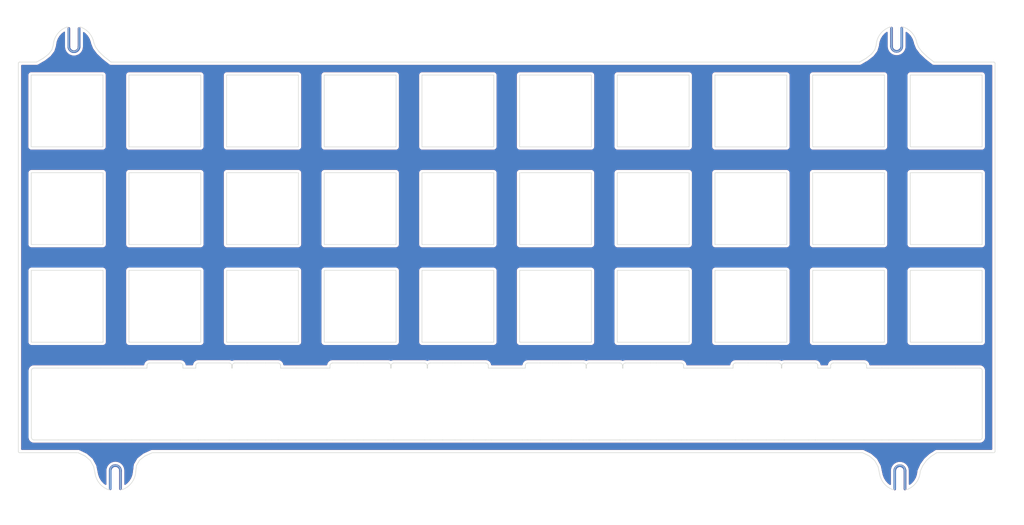
<source format=kicad_pcb>
(kicad_pcb (version 20171130) (host pcbnew "(5.1.5-0-10_14)")
  (layers (0 F.Cu signal) (31 B.Cu signal) (34 B.Paste user) (35 F.Paste user) (36 B.SilkS user) (37 F.SilkS user) (38 B.Mask user) (39 F.Mask user) (44 Edge.Cuts user))
  (net 0 "")
  (module footprints:Umo_mount_plating (layer F.Cu) (at 60.19 44.07 180)
    (fp_text reference Mount_plating hide)
    (fp_text value "Umo mounting point plating")
    (fp_line (start 0.57 2.7) (end 0.57 -0.835534) (layer B.Cu) (width 0.5))
    (fp_line (start -1.43 -0.835516) (end -1.43 2.7) (layer B.Cu) (width 0.5))
    (fp_arc (start -0.43 -0.835516) (end 0.57 -0.835534) (angle -180) (layer B.Cu) (width 0.5))
    (fp_line (start 0.57 2.7) (end 0.57 -0.835534) (layer F.Cu) (width 0.5))
    (fp_arc (start -0.43 -0.835516) (end 0.57 -0.835534) (angle -180) (layer F.Cu) (width 0.5))
    (fp_line (start -1.43 -0.835516) (end -1.43 2.7) (layer F.Cu) (width 0.5))
  )
  (module footprints:Umo_mount_plating (layer F.Cu) (at 220.64 44 180)
    (fp_text reference Mount_plating hide)
    (fp_text value "Umo mounting point plating")
    (fp_line (start 0.57 2.7) (end 0.57 -0.835534) (layer B.Cu) (width 0.5))
    (fp_line (start -1.43 -0.835516) (end -1.43 2.7) (layer B.Cu) (width 0.5))
    (fp_arc (start -0.43 -0.835516) (end 0.57 -0.835534) (angle -180) (layer B.Cu) (width 0.5))
    (fp_line (start 0.57 2.7) (end 0.57 -0.835534) (layer F.Cu) (width 0.5))
    (fp_arc (start -0.43 -0.835516) (end 0.57 -0.835534) (angle -180) (layer F.Cu) (width 0.5))
    (fp_line (start -1.43 -0.835516) (end -1.43 2.7) (layer F.Cu) (width 0.5))
  )
  (module footprints:Umo_mount_plating (layer F.Cu) (at 222.13 128.49)
    (fp_text reference Mount_plating hide)
    (fp_text value "Umo mounting point plating")
    (fp_line (start 0.57 2.7) (end 0.57 -0.835534) (layer B.Cu) (width 0.5))
    (fp_line (start -1.43 -0.835516) (end -1.43 2.7) (layer B.Cu) (width 0.5))
    (fp_arc (start -0.43 -0.835516) (end 0.57 -0.835534) (angle -180) (layer B.Cu) (width 0.5))
    (fp_line (start 0.57 2.7) (end 0.57 -0.835534) (layer F.Cu) (width 0.5))
    (fp_arc (start -0.43 -0.835516) (end 0.57 -0.835534) (angle -180) (layer F.Cu) (width 0.5))
    (fp_line (start -1.43 -0.835516) (end -1.43 2.7) (layer F.Cu) (width 0.5))
  )
  (module footprints:Umo_mount_plating (layer F.Cu) (at 69.12 128.46)
    (fp_text reference Mount_plating hide)
    (fp_text value "Umo mounting point plating")
    (fp_line (start 0.57 2.7) (end 0.57 -0.835534) (layer B.Cu) (width 0.5))
    (fp_line (start -1.43 -0.835516) (end -1.43 2.7) (layer B.Cu) (width 0.5))
    (fp_arc (start -0.43 -0.835516) (end 0.57 -0.835534) (angle -180) (layer B.Cu) (width 0.5))
    (fp_line (start 0.57 2.7) (end 0.57 -0.835534) (layer F.Cu) (width 0.5))
    (fp_arc (start -0.43 -0.835516) (end 0.57 -0.835534) (angle -180) (layer F.Cu) (width 0.5))
    (fp_line (start -1.43 -0.835516) (end -1.43 2.7) (layer F.Cu) (width 0.5))
  )
  (module footprints:Umo_kanji (layer F.Cu) (at 231.23 102.34)
    (fp_text reference REF** hide)
    (fp_text value Umo_kanji)
  )
  (module footprints:pohjola_site_text (layer B.Cu) (at 63 105.07 180)
    (fp_text reference G*** hide)
    (fp_text value LOGO hide)
  )
  (gr_line (start 214.711983 121.617348) (end 208.711983 121.617348) (layer Edge.Cuts) (width 0.1))
  (gr_line (start 218.211983 121.617348) (end 214.711983 121.617348) (layer Edge.Cuts) (width 0.1))
  (gr_line (start 219.498983 121.617348) (end 218.211983 121.617348) (layer Edge.Cuts) (width 0.1))
  (gr_line (start 224.261983 121.617348) (end 219.498983 121.617348) (layer Edge.Cuts) (width 0.1))
  (gr_line (start 232.498983 121.617348) (end 224.261983 121.617348) (layer Edge.Cuts) (width 0.1))
  (gr_line (start 237.261983 121.617348) (end 232.498983 121.617348) (layer Edge.Cuts) (width 0.1))
  (gr_arc (start 237.261983 121.117348) (end 237.261983 121.617348) (angle -90) (layer Edge.Cuts) (width 0.1))
  (gr_line (start 237.761983 108.117348) (end 237.761983 121.117348) (layer Edge.Cuts) (width 0.1))
  (gr_arc (start 237.261983 108.117348) (end 237.761983 108.117348) (angle -90) (layer Edge.Cuts) (width 0.1))
  (gr_line (start 232.498983 107.617348) (end 237.261983 107.617348) (layer Edge.Cuts) (width 0.1))
  (gr_line (start 224.261983 107.617348) (end 232.498983 107.617348) (layer Edge.Cuts) (width 0.1))
  (gr_line (start 219.498983 107.617348) (end 224.261983 107.617348) (layer Edge.Cuts) (width 0.1))
  (gr_line (start 218.211983 107.617348) (end 219.498983 107.617348) (layer Edge.Cuts) (width 0.1))
  (gr_line (start 215.211983 107.617348) (end 218.211983 107.617348) (layer Edge.Cuts) (width 0.1))
  (gr_line (start 215.211983 107.117348) (end 215.211983 107.617348) (layer Edge.Cuts) (width 0.1))
  (gr_arc (start 214.711983 107.117348) (end 215.211983 107.117348) (angle -90) (layer Edge.Cuts) (width 0.1))
  (gr_line (start 208.711983 106.617348) (end 214.711983 106.617348) (layer Edge.Cuts) (width 0.1))
  (gr_arc (start 208.711983 107.117348) (end 208.711983 106.617348) (angle -90) (layer Edge.Cuts) (width 0.1))
  (gr_line (start 208.211983 107.617348) (end 208.211983 107.117348) (layer Edge.Cuts) (width 0.1))
  (gr_line (start 205.686983 107.617348) (end 208.211983 107.617348) (layer Edge.Cuts) (width 0.1))
  (gr_line (start 205.686983 107.117348) (end 205.686983 107.617348) (layer Edge.Cuts) (width 0.1))
  (gr_arc (start 205.186983 107.117348) (end 205.686983 107.117348) (angle -90) (layer Edge.Cuts) (width 0.1))
  (gr_line (start 199.186983 106.617348) (end 205.186983 106.617348) (layer Edge.Cuts) (width 0.1))
  (gr_arc (start 199.186983 107.117348) (end 199.186983 106.617348) (angle -90) (layer Edge.Cuts) (width 0.1))
  (gr_line (start 198.686983 107.617348) (end 198.686983 107.117348) (layer Edge.Cuts) (width 0.1))
  (gr_line (start 198.574983 107.617348) (end 198.686983 107.617348) (layer Edge.Cuts) (width 0.1))
  (gr_line (start 198.574983 107.117348) (end 198.574983 107.617348) (layer Edge.Cuts) (width 0.1))
  (gr_arc (start 198.074983 107.117348) (end 198.574983 107.117348) (angle -90) (layer Edge.Cuts) (width 0.1))
  (gr_line (start 195.661983 106.617348) (end 198.074983 106.617348) (layer Edge.Cuts) (width 0.1))
  (gr_line (start 192.074983 106.617348) (end 195.661983 106.617348) (layer Edge.Cuts) (width 0.1))
  (gr_line (start 189.661983 106.617348) (end 192.074983 106.617348) (layer Edge.Cuts) (width 0.1))
  (gr_arc (start 189.661983 107.117348) (end 189.661983 106.617348) (angle -90) (layer Edge.Cuts) (width 0.1))
  (gr_line (start 189.161983 107.617348) (end 189.161983 107.117348) (layer Edge.Cuts) (width 0.1))
  (gr_line (start 186.161983 107.617348) (end 189.161983 107.617348) (layer Edge.Cuts) (width 0.1))
  (gr_line (start 180.111983 107.617348) (end 186.161983 107.617348) (layer Edge.Cuts) (width 0.1))
  (gr_line (start 179.524983 107.617348) (end 180.111983 107.617348) (layer Edge.Cuts) (width 0.1))
  (gr_line (start 179.524983 107.117348) (end 179.524983 107.617348) (layer Edge.Cuts) (width 0.1))
  (gr_arc (start 179.024983 107.117348) (end 179.524983 107.117348) (angle -90) (layer Edge.Cuts) (width 0.1))
  (gr_line (start 174.198983 106.617348) (end 179.024983 106.617348) (layer Edge.Cuts) (width 0.1))
  (gr_line (start 173.024983 106.617348) (end 174.198983 106.617348) (layer Edge.Cuts) (width 0.1))
  (gr_line (start 168.198983 106.617348) (end 173.024983 106.617348) (layer Edge.Cuts) (width 0.1))
  (gr_arc (start 168.198983 107.117348) (end 168.198983 106.617348) (angle -90) (layer Edge.Cuts) (width 0.1))
  (gr_line (start 167.698983 107.617348) (end 167.698983 107.117348) (layer Edge.Cuts) (width 0.1))
  (gr_line (start 167.586983 107.617348) (end 167.698983 107.617348) (layer Edge.Cuts) (width 0.1))
  (gr_line (start 167.586983 107.117348) (end 167.586983 107.617348) (layer Edge.Cuts) (width 0.1))
  (gr_arc (start 167.086983 107.117348) (end 167.586983 107.117348) (angle -90) (layer Edge.Cuts) (width 0.1))
  (gr_line (start 161.086983 106.617348) (end 167.086983 106.617348) (layer Edge.Cuts) (width 0.1))
  (gr_arc (start 161.086983 107.117348) (end 161.086983 106.617348) (angle -90) (layer Edge.Cuts) (width 0.1))
  (gr_line (start 160.586983 107.617348) (end 160.586983 107.117348) (layer Edge.Cuts) (width 0.1))
  (gr_line (start 160.474983 107.617348) (end 160.586983 107.617348) (layer Edge.Cuts) (width 0.1))
  (gr_line (start 160.474983 107.117348) (end 160.474983 107.617348) (layer Edge.Cuts) (width 0.1))
  (gr_arc (start 159.974983 107.117348) (end 160.474983 107.117348) (angle -90) (layer Edge.Cuts) (width 0.1))
  (gr_line (start 157.561983 106.617348) (end 159.974983 106.617348) (layer Edge.Cuts) (width 0.1))
  (gr_line (start 155.148983 106.617348) (end 157.561983 106.617348) (layer Edge.Cuts) (width 0.1))
  (gr_line (start 153.974983 106.617348) (end 155.148983 106.617348) (layer Edge.Cuts) (width 0.1))
  (gr_line (start 151.561983 106.617348) (end 153.974983 106.617348) (layer Edge.Cuts) (width 0.1))
  (gr_line (start 149.148983 106.617348) (end 151.561983 106.617348) (layer Edge.Cuts) (width 0.1))
  (gr_arc (start 149.148983 107.117348) (end 149.148983 106.617348) (angle -90) (layer Edge.Cuts) (width 0.1))
  (gr_line (start 148.648983 107.617348) (end 148.648983 107.117348) (layer Edge.Cuts) (width 0.1))
  (gr_line (start 148.061983 107.617348) (end 148.648983 107.617348) (layer Edge.Cuts) (width 0.1))
  (gr_line (start 142.011983 107.617348) (end 148.061983 107.617348) (layer Edge.Cuts) (width 0.1))
  (gr_line (start 141.424983 107.617348) (end 142.011983 107.617348) (layer Edge.Cuts) (width 0.1))
  (gr_line (start 141.424983 107.117348) (end 141.424983 107.617348) (layer Edge.Cuts) (width 0.1))
  (gr_arc (start 140.924983 107.117348) (end 141.424983 107.117348) (angle -90) (layer Edge.Cuts) (width 0.1))
  (gr_line (start 138.511983 106.617348) (end 140.924983 106.617348) (layer Edge.Cuts) (width 0.1))
  (gr_line (start 136.098983 106.617348) (end 138.511983 106.617348) (layer Edge.Cuts) (width 0.1))
  (gr_line (start 134.924983 106.617348) (end 136.098983 106.617348) (layer Edge.Cuts) (width 0.1))
  (gr_line (start 132.511983 106.617348) (end 134.924983 106.617348) (layer Edge.Cuts) (width 0.1))
  (gr_line (start 130.098983 106.617348) (end 132.511983 106.617348) (layer Edge.Cuts) (width 0.1))
  (gr_arc (start 130.098983 107.117348) (end 130.098983 106.617348) (angle -90) (layer Edge.Cuts) (width 0.1))
  (gr_line (start 129.598983 107.617348) (end 129.598983 107.117348) (layer Edge.Cuts) (width 0.1))
  (gr_line (start 129.486983 107.617348) (end 129.598983 107.617348) (layer Edge.Cuts) (width 0.1))
  (gr_line (start 129.486983 107.117348) (end 129.486983 107.617348) (layer Edge.Cuts) (width 0.1))
  (gr_arc (start 128.986983 107.117348) (end 129.486983 107.117348) (angle -90) (layer Edge.Cuts) (width 0.1))
  (gr_line (start 122.986983 106.617348) (end 128.986983 106.617348) (layer Edge.Cuts) (width 0.1))
  (gr_arc (start 122.986983 107.117348) (end 122.986983 106.617348) (angle -90) (layer Edge.Cuts) (width 0.1))
  (gr_line (start 122.486983 107.617348) (end 122.486983 107.117348) (layer Edge.Cuts) (width 0.1))
  (gr_line (start 122.374983 107.617348) (end 122.486983 107.617348) (layer Edge.Cuts) (width 0.1))
  (gr_line (start 122.374983 107.117348) (end 122.374983 107.617348) (layer Edge.Cuts) (width 0.1))
  (gr_arc (start 121.874983 107.117348) (end 122.374983 107.117348) (angle -90) (layer Edge.Cuts) (width 0.1))
  (gr_line (start 117.048983 106.617348) (end 121.874983 106.617348) (layer Edge.Cuts) (width 0.1))
  (gr_line (start 115.874983 106.617348) (end 117.048983 106.617348) (layer Edge.Cuts) (width 0.1))
  (gr_line (start 111.048983 106.617348) (end 115.874983 106.617348) (layer Edge.Cuts) (width 0.1))
  (gr_arc (start 111.048983 107.117348) (end 111.048983 106.617348) (angle -90) (layer Edge.Cuts) (width 0.1))
  (gr_line (start 110.548983 107.617348) (end 110.548983 107.117348) (layer Edge.Cuts) (width 0.1))
  (gr_line (start 109.961983 107.617348) (end 110.548983 107.617348) (layer Edge.Cuts) (width 0.1))
  (gr_line (start 103.911983 107.617348) (end 109.961983 107.617348) (layer Edge.Cuts) (width 0.1))
  (gr_line (start 100.911983 107.617348) (end 103.911983 107.617348) (layer Edge.Cuts) (width 0.1))
  (gr_line (start 100.911983 107.117348) (end 100.911983 107.617348) (layer Edge.Cuts) (width 0.1))
  (gr_arc (start 100.411983 107.117348) (end 100.911983 107.117348) (angle -90) (layer Edge.Cuts) (width 0.1))
  (gr_line (start 97.998983 106.617348) (end 100.411983 106.617348) (layer Edge.Cuts) (width 0.1))
  (gr_line (start 94.411983 106.617348) (end 97.998983 106.617348) (layer Edge.Cuts) (width 0.1))
  (gr_line (start 91.998983 106.617348) (end 94.411983 106.617348) (layer Edge.Cuts) (width 0.1))
  (gr_arc (start 91.998983 107.117348) (end 91.998983 106.617348) (angle -90) (layer Edge.Cuts) (width 0.1))
  (gr_line (start 91.498983 107.617348) (end 91.498983 107.117348) (layer Edge.Cuts) (width 0.1))
  (gr_line (start 91.386983 107.617348) (end 91.498983 107.617348) (layer Edge.Cuts) (width 0.1))
  (gr_line (start 91.386983 107.117348) (end 91.386983 107.617348) (layer Edge.Cuts) (width 0.1))
  (gr_arc (start 90.886983 107.117348) (end 91.386983 107.117348) (angle -90) (layer Edge.Cuts) (width 0.1))
  (gr_line (start 84.886983 106.617348) (end 90.886983 106.617348) (layer Edge.Cuts) (width 0.1))
  (gr_arc (start 84.886983 107.117348) (end 84.886983 106.617348) (angle -90) (layer Edge.Cuts) (width 0.1))
  (gr_line (start 84.386983 107.617348) (end 84.386983 107.117348) (layer Edge.Cuts) (width 0.1))
  (gr_line (start 81.861983 107.617348) (end 84.386983 107.617348) (layer Edge.Cuts) (width 0.1))
  (gr_line (start 81.861983 107.117348) (end 81.861983 107.617348) (layer Edge.Cuts) (width 0.1))
  (gr_arc (start 81.361983 107.117348) (end 81.861983 107.117348) (angle -90) (layer Edge.Cuts) (width 0.1))
  (gr_line (start 75.361983 106.617348) (end 81.361983 106.617348) (layer Edge.Cuts) (width 0.1))
  (gr_arc (start 75.361983 107.117348) (end 75.361983 106.617348) (angle -90) (layer Edge.Cuts) (width 0.1))
  (gr_line (start 74.861983 107.617348) (end 74.861983 107.117348) (layer Edge.Cuts) (width 0.1))
  (gr_line (start 71.861983 107.617348) (end 74.861983 107.617348) (layer Edge.Cuts) (width 0.1))
  (gr_line (start 70.574483 107.617348) (end 71.861983 107.617348) (layer Edge.Cuts) (width 0.1))
  (gr_line (start 65.811983 107.617348) (end 70.574483 107.617348) (layer Edge.Cuts) (width 0.1))
  (gr_line (start 57.574483 107.617348) (end 65.811983 107.617348) (layer Edge.Cuts) (width 0.1))
  (gr_line (start 52.811983 107.617348) (end 57.574483 107.617348) (layer Edge.Cuts) (width 0.1))
  (gr_arc (start 52.811983 108.117348) (end 52.811983 107.617348) (angle -90) (layer Edge.Cuts) (width 0.1))
  (gr_line (start 52.311983 121.117348) (end 52.311983 108.117348) (layer Edge.Cuts) (width 0.1))
  (gr_arc (start 52.811983 121.117348) (end 52.311983 121.117348) (angle -90) (layer Edge.Cuts) (width 0.1))
  (gr_line (start 57.574483 121.617348) (end 52.811983 121.617348) (layer Edge.Cuts) (width 0.1))
  (gr_line (start 65.811983 121.617348) (end 57.574483 121.617348) (layer Edge.Cuts) (width 0.1))
  (gr_line (start 70.574483 121.617348) (end 65.811983 121.617348) (layer Edge.Cuts) (width 0.1))
  (gr_line (start 71.861983 121.617348) (end 70.574483 121.617348) (layer Edge.Cuts) (width 0.1))
  (gr_line (start 75.361983 121.617348) (end 71.861983 121.617348) (layer Edge.Cuts) (width 0.1))
  (gr_line (start 81.361983 121.617348) (end 75.361983 121.617348) (layer Edge.Cuts) (width 0.1))
  (gr_line (start 84.861983 121.617348) (end 81.361983 121.617348) (layer Edge.Cuts) (width 0.1))
  (gr_line (start 84.874482 121.617192) (end 84.861983 121.617348) (layer Edge.Cuts) (width 0.1))
  (gr_line (start 86.149483 121.617348) (end 84.874482 121.617192) (layer Edge.Cuts) (width 0.1))
  (gr_line (start 90.886983 121.617348) (end 86.149483 121.617348) (layer Edge.Cuts) (width 0.1))
  (gr_line (start 90.911983 121.617348) (end 90.886983 121.617348) (layer Edge.Cuts) (width 0.1))
  (gr_line (start 91.998983 121.617348) (end 90.911983 121.617348) (layer Edge.Cuts) (width 0.1))
  (gr_line (start 94.411983 121.617348) (end 91.998983 121.617348) (layer Edge.Cuts) (width 0.1))
  (gr_line (start 97.998983 121.617348) (end 94.411983 121.617348) (layer Edge.Cuts) (width 0.1))
  (gr_line (start 99.149483 121.617348) (end 97.998983 121.617348) (layer Edge.Cuts) (width 0.1))
  (gr_line (start 100.411983 121.617348) (end 99.149483 121.617348) (layer Edge.Cuts) (width 0.1))
  (gr_line (start 100.436983 121.617348) (end 100.411983 121.617348) (layer Edge.Cuts) (width 0.1))
  (gr_line (start 103.911983 121.617348) (end 100.436983 121.617348) (layer Edge.Cuts) (width 0.1))
  (gr_line (start 109.961983 121.617348) (end 103.911983 121.617348) (layer Edge.Cuts) (width 0.1))
  (gr_line (start 111.048983 121.617348) (end 109.961983 121.617348) (layer Edge.Cuts) (width 0.1))
  (gr_line (start 113.436983 121.617348) (end 111.048983 121.617348) (layer Edge.Cuts) (width 0.1))
  (gr_line (start 115.874983 121.617348) (end 113.436983 121.617348) (layer Edge.Cuts) (width 0.1))
  (gr_line (start 117.048983 121.617348) (end 115.874983 121.617348) (layer Edge.Cuts) (width 0.1))
  (gr_line (start 119.486983 121.617348) (end 117.048983 121.617348) (layer Edge.Cuts) (width 0.1))
  (gr_line (start 121.874983 121.617348) (end 119.486983 121.617348) (layer Edge.Cuts) (width 0.1))
  (gr_line (start 122.961983 121.617348) (end 121.874983 121.617348) (layer Edge.Cuts) (width 0.1))
  (gr_line (start 122.986983 121.617348) (end 122.961983 121.617348) (layer Edge.Cuts) (width 0.1))
  (gr_line (start 128.986983 121.617348) (end 122.986983 121.617348) (layer Edge.Cuts) (width 0.1))
  (gr_line (start 129.011983 121.617348) (end 128.986983 121.617348) (layer Edge.Cuts) (width 0.1))
  (gr_line (start 130.098983 121.617348) (end 129.011983 121.617348) (layer Edge.Cuts) (width 0.1))
  (gr_line (start 132.486983 121.617348) (end 130.098983 121.617348) (layer Edge.Cuts) (width 0.1))
  (gr_line (start 132.511983 121.617348) (end 132.486983 121.617348) (layer Edge.Cuts) (width 0.1))
  (gr_line (start 134.924983 121.617348) (end 132.511983 121.617348) (layer Edge.Cuts) (width 0.1))
  (gr_line (start 136.098983 121.617348) (end 134.924983 121.617348) (layer Edge.Cuts) (width 0.1))
  (gr_line (start 138.511983 121.617348) (end 136.098983 121.617348) (layer Edge.Cuts) (width 0.1))
  (gr_line (start 138.536983 121.617348) (end 138.511983 121.617348) (layer Edge.Cuts) (width 0.1))
  (gr_line (start 140.924983 121.617348) (end 138.536983 121.617348) (layer Edge.Cuts) (width 0.1))
  (gr_line (start 142.011983 121.617348) (end 140.924983 121.617348) (layer Edge.Cuts) (width 0.1))
  (gr_line (start 148.061983 121.617348) (end 142.011983 121.617348) (layer Edge.Cuts) (width 0.1))
  (gr_line (start 149.148983 121.617348) (end 148.061983 121.617348) (layer Edge.Cuts) (width 0.1))
  (gr_line (start 151.536983 121.617348) (end 149.148983 121.617348) (layer Edge.Cuts) (width 0.1))
  (gr_line (start 151.561983 121.617348) (end 151.536983 121.617348) (layer Edge.Cuts) (width 0.1))
  (gr_line (start 153.974983 121.617348) (end 151.561983 121.617348) (layer Edge.Cuts) (width 0.1))
  (gr_line (start 155.148983 121.617348) (end 153.974983 121.617348) (layer Edge.Cuts) (width 0.1))
  (gr_line (start 157.561983 121.617348) (end 155.148983 121.617348) (layer Edge.Cuts) (width 0.1))
  (gr_line (start 157.586983 121.617348) (end 157.561983 121.617348) (layer Edge.Cuts) (width 0.1))
  (gr_line (start 159.974983 121.617348) (end 157.586983 121.617348) (layer Edge.Cuts) (width 0.1))
  (gr_line (start 161.061983 121.617348) (end 159.974983 121.617348) (layer Edge.Cuts) (width 0.1))
  (gr_line (start 161.086983 121.617348) (end 161.061983 121.617348) (layer Edge.Cuts) (width 0.1))
  (gr_line (start 167.086983 121.617348) (end 161.086983 121.617348) (layer Edge.Cuts) (width 0.1))
  (gr_line (start 167.111983 121.617348) (end 167.086983 121.617348) (layer Edge.Cuts) (width 0.1))
  (gr_line (start 168.198983 121.617348) (end 167.111983 121.617348) (layer Edge.Cuts) (width 0.1))
  (gr_line (start 170.586983 121.617348) (end 168.198983 121.617348) (layer Edge.Cuts) (width 0.1))
  (gr_line (start 173.024983 121.617348) (end 170.586983 121.617348) (layer Edge.Cuts) (width 0.1))
  (gr_line (start 174.198983 121.617348) (end 173.024983 121.617348) (layer Edge.Cuts) (width 0.1))
  (gr_line (start 176.636983 121.617348) (end 174.198983 121.617348) (layer Edge.Cuts) (width 0.1))
  (gr_line (start 179.024983 121.617348) (end 176.636983 121.617348) (layer Edge.Cuts) (width 0.1))
  (gr_line (start 180.111983 121.617348) (end 179.024983 121.617348) (layer Edge.Cuts) (width 0.1))
  (gr_line (start 186.161983 121.617348) (end 180.111983 121.617348) (layer Edge.Cuts) (width 0.1))
  (gr_line (start 189.636983 121.617348) (end 186.161983 121.617348) (layer Edge.Cuts) (width 0.1))
  (gr_line (start 189.661983 121.617348) (end 189.636983 121.617348) (layer Edge.Cuts) (width 0.1))
  (gr_line (start 190.924983 121.617348) (end 189.661983 121.617348) (layer Edge.Cuts) (width 0.1))
  (gr_line (start 192.074983 121.617348) (end 190.924983 121.617348) (layer Edge.Cuts) (width 0.1))
  (gr_line (start 195.661983 121.617348) (end 192.074983 121.617348) (layer Edge.Cuts) (width 0.1))
  (gr_line (start 198.074983 121.617348) (end 195.661983 121.617348) (layer Edge.Cuts) (width 0.1))
  (gr_line (start 199.161983 121.617348) (end 198.074983 121.617348) (layer Edge.Cuts) (width 0.1))
  (gr_line (start 199.186983 121.617348) (end 199.161983 121.617348) (layer Edge.Cuts) (width 0.1))
  (gr_line (start 203.924983 121.617348) (end 199.186983 121.617348) (layer Edge.Cuts) (width 0.1))
  (gr_line (start 205.186983 121.617348) (end 203.924983 121.617348) (layer Edge.Cuts) (width 0.1))
  (gr_line (start 205.211983 121.617348) (end 205.186983 121.617348) (layer Edge.Cuts) (width 0.1))
  (gr_line (start 208.711983 121.617348) (end 205.211983 121.617348) (layer Edge.Cuts) (width 0.1))
  (gr_arc (start 221.682077 127.554861) (end 217.739182 128.228343) (angle -60.83568522) (layer Edge.Cuts) (width 0.1))
  (gr_arc (start 61.81669 41.335463) (end 61.900023 41.099761) (angle -109.4712206) (layer Edge.Cuts) (width 0.1))
  (gr_line (start 220.682077 127.554964) (end 220.682077 131.090395) (layer Edge.Cuts) (width 0.1))
  (gr_line (start 240.013761 124.12064) (end 228.88191 124.12064) (layer Edge.Cuts) (width 0.1))
  (gr_arc (start 240.013761 48.17064) (end 240.263761 48.17064) (angle -90) (layer Edge.Cuts) (width 0.1))
  (gr_arc (start 221.06669 44.870997) (end 219.733357 41.099761) (angle -67.85892153) (layer Edge.Cuts) (width 0.1))
  (gr_arc (start 59.31669 41.335457) (end 59.56669 41.335457) (angle -109.4711899) (layer Edge.Cuts) (width 0.1))
  (gr_line (start 61.56669 44.870997) (end 61.56669 41.335463) (layer Edge.Cuts) (width 0.1))
  (gr_arc (start 60.56669 44.870997) (end 59.56669 44.870997) (angle -180) (layer Edge.Cuts) (width 0.1))
  (gr_line (start 222.682077 127.554861) (end 222.682077 131.090401) (layer Edge.Cuts) (width 0.1))
  (gr_arc (start 50.013761 48.17064) (end 50.013761 47.92064) (angle -90) (layer Edge.Cuts) (width 0.1))
  (gr_line (start 227.769933 124.836437) (end 228.88191 124.12064) (layer Edge.Cuts) (width 0.1))
  (gr_line (start 226.855878 125.672761) (end 227.769933 124.836437) (layer Edge.Cuts) (width 0.1))
  (gr_line (start 226.165573 126.645341) (end 226.855878 125.672761) (layer Edge.Cuts) (width 0.1))
  (gr_line (start 225.677739 127.74122) (end 226.165573 126.645341) (layer Edge.Cuts) (width 0.1))
  (gr_line (start 227.02839 46.886996) (end 228.337125 47.92064) (layer Edge.Cuts) (width 0.1))
  (gr_line (start 226.010995 45.916203) (end 227.02839 46.886996) (layer Edge.Cuts) (width 0.1))
  (gr_line (start 225.342237 45.020621) (end 226.010995 45.916203) (layer Edge.Cuts) (width 0.1))
  (gr_line (start 225.009591 44.197549) (end 225.342237 45.020621) (layer Edge.Cuts) (width 0.1))
  (gr_line (start 222.06669 44.870997) (end 222.06669 41.335463) (layer Edge.Cuts) (width 0.1))
  (gr_line (start 59.56669 44.870997) (end 59.56669 41.335457) (layer Edge.Cuts) (width 0.1))
  (gr_line (start 220.06669 44.870997) (end 220.06669 41.335463) (layer Edge.Cuts) (width 0.1))
  (gr_arc (start 222.932077 131.090401) (end 222.682077 131.090401) (angle -109.4711899) (layer Edge.Cuts) (width 0.1))
  (gr_arc (start 219.81669 41.335463) (end 220.06669 41.335463) (angle -109.4712206) (layer Edge.Cuts) (width 0.1))
  (gr_arc (start 221.06669 44.870997) (end 220.06669 44.870997) (angle -180) (layer Edge.Cuts) (width 0.1))
  (gr_arc (start 221.06669 44.870997) (end 225.009591 44.197549) (angle -60.83617688) (layer Edge.Cuts) (width 0.1))
  (gr_arc (start 221.682077 127.554861) (end 222.682077 127.554861) (angle -180.0058918) (layer Edge.Cuts) (width 0.1))
  (gr_arc (start 222.31669 41.335463) (end 222.400023 41.099761) (angle -109.4712206) (layer Edge.Cuts) (width 0.1))
  (gr_arc (start 60.566686 44.870997) (end 64.509591 44.197549) (angle -60.83614016) (layer Edge.Cuts) (width 0.1))
  (gr_arc (start 221.682077 127.554861) (end 223.01541 131.326103) (angle -67.85845395) (layer Edge.Cuts) (width 0.1))
  (gr_line (start 50.013761 47.92064) (end 53.336829 47.92064) (layer Edge.Cuts) (width 0.1))
  (gr_arc (start 220.432077 131.090395) (end 220.348744 131.326097) (angle -109.4712205) (layer Edge.Cuts) (width 0.1))
  (gr_line (start 66.52839 46.886996) (end 67.837125 47.92064) (layer Edge.Cuts) (width 0.1))
  (gr_line (start 65.510995 45.916203) (end 66.52839 46.886996) (layer Edge.Cuts) (width 0.1))
  (gr_line (start 64.842237 45.020621) (end 65.510995 45.916203) (layer Edge.Cuts) (width 0.1))
  (gr_line (start 64.509591 44.197549) (end 64.842237 45.020621) (layer Edge.Cuts) (width 0.1))
  (gr_line (start 228.337125 47.92064) (end 240.013761 47.92064) (layer Edge.Cuts) (width 0.1))
  (gr_line (start 215.165694 47.155191) (end 213.836829 47.92064) (layer Edge.Cuts) (width 0.1))
  (gr_line (start 216.174383 46.362929) (end 215.165694 47.155191) (layer Edge.Cuts) (width 0.1))
  (gr_line (start 216.803578 45.538884) (end 216.174383 46.362929) (layer Edge.Cuts) (width 0.1))
  (gr_line (start 217.071038 44.684545) (end 216.803578 45.538884) (layer Edge.Cuts) (width 0.1))
  (gr_line (start 49.763761 123.87064) (end 49.763761 48.17064) (layer Edge.Cuts) (width 0.1))
  (gr_arc (start 240.013761 123.87064) (end 240.013761 124.12064) (angle -90) (layer Edge.Cuts) (width 0.1))
  (gr_arc (start 60.566686 44.870997) (end 59.233357 41.099755) (angle -67.85899803) (layer Edge.Cuts) (width 0.1))
  (gr_line (start 54.665694 47.155191) (end 53.336829 47.92064) (layer Edge.Cuts) (width 0.1))
  (gr_line (start 55.674383 46.362929) (end 54.665694 47.155191) (layer Edge.Cuts) (width 0.1))
  (gr_line (start 56.303578 45.538884) (end 55.674383 46.362929) (layer Edge.Cuts) (width 0.1))
  (gr_line (start 56.571038 44.684545) (end 56.303578 45.538884) (layer Edge.Cuts) (width 0.1))
  (gr_line (start 61.432508 124.12064) (end 50.013761 124.12064) (layer Edge.Cuts) (width 0.1))
  (gr_line (start 69.682077 127.554861) (end 69.682077 131.090395) (layer Edge.Cuts) (width 0.1))
  (gr_line (start 67.837125 47.92064) (end 213.836829 47.92064) (layer Edge.Cuts) (width 0.1))
  (gr_arc (start 69.932077 131.090395) (end 69.682077 131.090395) (angle -109.4712206) (layer Edge.Cuts) (width 0.1))
  (gr_line (start 214.432508 124.12064) (end 75.88191 124.12064) (layer Edge.Cuts) (width 0.1))
  (gr_line (start 240.263761 48.17064) (end 240.263761 123.87064) (layer Edge.Cuts) (width 0.1))
  (gr_arc (start 68.682077 127.554861) (end 64.7392 128.228451) (angle -60.83411342) (layer Edge.Cuts) (width 0.1))
  (gr_arc (start 68.682077 127.554861) (end 70.01541 131.326097) (angle -67.85683046) (layer Edge.Cuts) (width 0.1))
  (gr_line (start 67.682077 127.554878) (end 67.682077 131.090395) (layer Edge.Cuts) (width 0.1))
  (gr_arc (start 50.013761 123.87064) (end 49.763761 123.87064) (angle -90) (layer Edge.Cuts) (width 0.1))
  (gr_line (start 66.266708 50.503065) (end 66.266708 64.403065) (layer Edge.Cuts) (width 0.1))
  (gr_arc (start 66.216708 50.503065) (end 66.266708 50.503065) (angle -90) (layer Edge.Cuts) (width 0.1))
  (gr_line (start 52.316708 50.453065) (end 66.216708 50.453065) (layer Edge.Cuts) (width 0.1))
  (gr_arc (start 52.316708 50.503065) (end 52.316708 50.453065) (angle -90) (layer Edge.Cuts) (width 0.1))
  (gr_line (start 52.266708 64.403065) (end 52.266708 50.503065) (layer Edge.Cuts) (width 0.1))
  (gr_arc (start 52.316708 64.403065) (end 52.266708 64.403065) (angle -90) (layer Edge.Cuts) (width 0.1))
  (gr_line (start 66.216708 64.453065) (end 52.316708 64.453065) (layer Edge.Cuts) (width 0.1))
  (gr_arc (start 66.216708 64.403065) (end 66.216708 64.453065) (angle -90) (layer Edge.Cuts) (width 0.1))
  (gr_line (start 215.788717 124.784766) (end 214.432508 124.12064) (layer Edge.Cuts) (width 0.1))
  (gr_line (start 216.807005 125.680409) (end 215.788717 124.784766) (layer Edge.Cuts) (width 0.1))
  (gr_line (start 217.444667 126.836828) (end 216.807005 125.680409) (layer Edge.Cuts) (width 0.1))
  (gr_line (start 217.739182 128.228343) (end 217.444667 126.836828) (layer Edge.Cuts) (width 0.1))
  (gr_line (start 62.79856 124.770537) (end 61.432508 124.12064) (layer Edge.Cuts) (width 0.1))
  (gr_line (start 63.820223 125.661181) (end 62.79856 124.770537) (layer Edge.Cuts) (width 0.1))
  (gr_line (start 64.454285 126.82278) (end 63.820223 125.661181) (layer Edge.Cuts) (width 0.1))
  (gr_line (start 64.7392 128.228451) (end 64.454285 126.82278) (layer Edge.Cuts) (width 0.1))
  (gr_arc (start 68.682077 127.554861) (end 69.682077 127.554861) (angle -180.0010102) (layer Edge.Cuts) (width 0.1))
  (gr_arc (start 67.432077 131.090395) (end 67.348744 131.326097) (angle -109.4712206) (layer Edge.Cuts) (width 0.1))
  (gr_line (start 74.446425 124.769008) (end 75.88191 124.12064) (layer Edge.Cuts) (width 0.1))
  (gr_line (start 73.407953 125.578077) (end 74.446425 124.769008) (layer Edge.Cuts) (width 0.1))
  (gr_line (start 72.829332 126.573281) (end 73.407953 125.578077) (layer Edge.Cuts) (width 0.1))
  (gr_line (start 72.677728 127.74133) (end 72.829332 126.573281) (layer Edge.Cuts) (width 0.1))
  (gr_arc (start 223.79 88.61) (end 223.79 88.56) (angle -90) (layer Edge.Cuts) (width 0.1))
  (gr_line (start 223.74 102.51) (end 223.74 88.61) (layer Edge.Cuts) (width 0.1))
  (gr_arc (start 223.79 102.51) (end 223.74 102.51) (angle -90) (layer Edge.Cuts) (width 0.1))
  (gr_line (start 237.69 102.56) (end 223.79 102.56) (layer Edge.Cuts) (width 0.1))
  (gr_arc (start 237.69 102.51) (end 237.69 102.56) (angle -90) (layer Edge.Cuts) (width 0.1))
  (gr_line (start 237.74 88.61) (end 237.74 102.51) (layer Edge.Cuts) (width 0.1))
  (gr_arc (start 237.69 88.61) (end 237.74 88.61) (angle -90) (layer Edge.Cuts) (width 0.1))
  (gr_line (start 223.79 88.56) (end 237.69 88.56) (layer Edge.Cuts) (width 0.1))
  (gr_arc (start 204.74 88.61) (end 204.74 88.56) (angle -90) (layer Edge.Cuts) (width 0.1))
  (gr_line (start 204.69 102.51) (end 204.69 88.61) (layer Edge.Cuts) (width 0.1))
  (gr_arc (start 204.74 102.51) (end 204.69 102.51) (angle -90) (layer Edge.Cuts) (width 0.1))
  (gr_line (start 218.64 102.56) (end 204.74 102.56) (layer Edge.Cuts) (width 0.1))
  (gr_arc (start 218.64 102.51) (end 218.64 102.56) (angle -90) (layer Edge.Cuts) (width 0.1))
  (gr_line (start 218.69 88.61) (end 218.69 102.51) (layer Edge.Cuts) (width 0.1))
  (gr_arc (start 218.64 88.61) (end 218.69 88.61) (angle -90) (layer Edge.Cuts) (width 0.1))
  (gr_line (start 204.74 88.56) (end 218.64 88.56) (layer Edge.Cuts) (width 0.1))
  (gr_arc (start 185.69 88.61) (end 185.69 88.56) (angle -90) (layer Edge.Cuts) (width 0.1))
  (gr_line (start 185.64 102.51) (end 185.64 88.61) (layer Edge.Cuts) (width 0.1))
  (gr_arc (start 185.69 102.51) (end 185.64 102.51) (angle -90) (layer Edge.Cuts) (width 0.1))
  (gr_line (start 199.59 102.56) (end 185.69 102.56) (layer Edge.Cuts) (width 0.1))
  (gr_arc (start 199.59 102.51) (end 199.59 102.56) (angle -90) (layer Edge.Cuts) (width 0.1))
  (gr_line (start 199.64 88.61) (end 199.64 102.51) (layer Edge.Cuts) (width 0.1))
  (gr_arc (start 199.59 88.61) (end 199.64 88.61) (angle -90) (layer Edge.Cuts) (width 0.1))
  (gr_line (start 185.69 88.56) (end 199.59 88.56) (layer Edge.Cuts) (width 0.1))
  (gr_arc (start 166.64 88.61) (end 166.64 88.56) (angle -90) (layer Edge.Cuts) (width 0.1))
  (gr_line (start 166.59 102.51) (end 166.59 88.61) (layer Edge.Cuts) (width 0.1))
  (gr_arc (start 166.64 102.51) (end 166.59 102.51) (angle -90) (layer Edge.Cuts) (width 0.1))
  (gr_line (start 180.54 102.56) (end 166.64 102.56) (layer Edge.Cuts) (width 0.1))
  (gr_arc (start 180.54 102.51) (end 180.54 102.56) (angle -90) (layer Edge.Cuts) (width 0.1))
  (gr_line (start 180.59 88.61) (end 180.59 102.51) (layer Edge.Cuts) (width 0.1))
  (gr_arc (start 180.54 88.61) (end 180.59 88.61) (angle -90) (layer Edge.Cuts) (width 0.1))
  (gr_line (start 166.64 88.56) (end 180.54 88.56) (layer Edge.Cuts) (width 0.1))
  (gr_arc (start 147.59 88.61) (end 147.59 88.56) (angle -90) (layer Edge.Cuts) (width 0.1))
  (gr_line (start 147.54 102.51) (end 147.54 88.61) (layer Edge.Cuts) (width 0.1))
  (gr_arc (start 147.59 102.51) (end 147.54 102.51) (angle -90) (layer Edge.Cuts) (width 0.1))
  (gr_line (start 161.49 102.56) (end 147.59 102.56) (layer Edge.Cuts) (width 0.1))
  (gr_arc (start 161.49 102.51) (end 161.49 102.56) (angle -90) (layer Edge.Cuts) (width 0.1))
  (gr_line (start 161.54 88.61) (end 161.54 102.51) (layer Edge.Cuts) (width 0.1))
  (gr_arc (start 161.49 88.61) (end 161.54 88.61) (angle -90) (layer Edge.Cuts) (width 0.1))
  (gr_line (start 147.59 88.56) (end 161.49 88.56) (layer Edge.Cuts) (width 0.1))
  (gr_arc (start 128.54 88.61) (end 128.54 88.56) (angle -90) (layer Edge.Cuts) (width 0.1))
  (gr_line (start 128.49 102.51) (end 128.49 88.61) (layer Edge.Cuts) (width 0.1))
  (gr_arc (start 128.54 102.51) (end 128.49 102.51) (angle -90) (layer Edge.Cuts) (width 0.1))
  (gr_line (start 142.44 102.56) (end 128.54 102.56) (layer Edge.Cuts) (width 0.1))
  (gr_arc (start 142.44 102.51) (end 142.44 102.56) (angle -90) (layer Edge.Cuts) (width 0.1))
  (gr_line (start 142.49 88.61) (end 142.49 102.51) (layer Edge.Cuts) (width 0.1))
  (gr_arc (start 142.44 88.61) (end 142.49 88.61) (angle -90) (layer Edge.Cuts) (width 0.1))
  (gr_line (start 128.54 88.56) (end 142.44 88.56) (layer Edge.Cuts) (width 0.1))
  (gr_arc (start 109.49 88.61) (end 109.49 88.56) (angle -90) (layer Edge.Cuts) (width 0.1))
  (gr_line (start 109.44 102.51) (end 109.44 88.61) (layer Edge.Cuts) (width 0.1))
  (gr_arc (start 109.49 102.51) (end 109.44 102.51) (angle -90) (layer Edge.Cuts) (width 0.1))
  (gr_line (start 123.39 102.56) (end 109.49 102.56) (layer Edge.Cuts) (width 0.1))
  (gr_arc (start 123.39 102.51) (end 123.39 102.56) (angle -90) (layer Edge.Cuts) (width 0.1))
  (gr_line (start 123.44 88.61) (end 123.44 102.51) (layer Edge.Cuts) (width 0.1))
  (gr_arc (start 123.39 88.61) (end 123.44 88.61) (angle -90) (layer Edge.Cuts) (width 0.1))
  (gr_line (start 109.49 88.56) (end 123.39 88.56) (layer Edge.Cuts) (width 0.1))
  (gr_arc (start 90.44 88.61) (end 90.44 88.56) (angle -90) (layer Edge.Cuts) (width 0.1))
  (gr_line (start 90.39 102.51) (end 90.39 88.61) (layer Edge.Cuts) (width 0.1))
  (gr_arc (start 90.44 102.51) (end 90.39 102.51) (angle -90) (layer Edge.Cuts) (width 0.1))
  (gr_line (start 104.34 102.56) (end 90.44 102.56) (layer Edge.Cuts) (width 0.1))
  (gr_arc (start 104.34 102.51) (end 104.34 102.56) (angle -90) (layer Edge.Cuts) (width 0.1))
  (gr_line (start 104.39 88.61) (end 104.39 102.51) (layer Edge.Cuts) (width 0.1))
  (gr_arc (start 104.34 88.61) (end 104.39 88.61) (angle -90) (layer Edge.Cuts) (width 0.1))
  (gr_line (start 90.44 88.56) (end 104.34 88.56) (layer Edge.Cuts) (width 0.1))
  (gr_arc (start 71.39 88.61) (end 71.39 88.56) (angle -90) (layer Edge.Cuts) (width 0.1))
  (gr_line (start 71.34 102.51) (end 71.34 88.61) (layer Edge.Cuts) (width 0.1))
  (gr_arc (start 71.39 102.51) (end 71.34 102.51) (angle -90) (layer Edge.Cuts) (width 0.1))
  (gr_line (start 85.29 102.56) (end 71.39 102.56) (layer Edge.Cuts) (width 0.1))
  (gr_arc (start 85.29 102.51) (end 85.29 102.56) (angle -90) (layer Edge.Cuts) (width 0.1))
  (gr_line (start 85.34 88.61) (end 85.34 102.51) (layer Edge.Cuts) (width 0.1))
  (gr_arc (start 85.29 88.61) (end 85.34 88.61) (angle -90) (layer Edge.Cuts) (width 0.1))
  (gr_line (start 71.39 88.56) (end 85.29 88.56) (layer Edge.Cuts) (width 0.1))
  (gr_arc (start 52.34 88.61) (end 52.34 88.56) (angle -90) (layer Edge.Cuts) (width 0.1))
  (gr_line (start 52.29 102.51) (end 52.29 88.61) (layer Edge.Cuts) (width 0.1))
  (gr_arc (start 52.34 102.51) (end 52.29 102.51) (angle -90) (layer Edge.Cuts) (width 0.1))
  (gr_line (start 66.24 102.56) (end 52.34 102.56) (layer Edge.Cuts) (width 0.1))
  (gr_arc (start 66.24 102.51) (end 66.24 102.56) (angle -90) (layer Edge.Cuts) (width 0.1))
  (gr_line (start 66.29 88.61) (end 66.29 102.51) (layer Edge.Cuts) (width 0.1))
  (gr_arc (start 66.24 88.61) (end 66.29 88.61) (angle -90) (layer Edge.Cuts) (width 0.1))
  (gr_line (start 52.34 88.56) (end 66.24 88.56) (layer Edge.Cuts) (width 0.1))
  (gr_arc (start 223.79 69.56) (end 223.79 69.51) (angle -90) (layer Edge.Cuts) (width 0.1))
  (gr_line (start 223.74 83.46) (end 223.74 69.56) (layer Edge.Cuts) (width 0.1))
  (gr_arc (start 223.79 83.46) (end 223.74 83.46) (angle -90) (layer Edge.Cuts) (width 0.1))
  (gr_line (start 237.69 83.51) (end 223.79 83.51) (layer Edge.Cuts) (width 0.1))
  (gr_arc (start 237.69 83.46) (end 237.69 83.51) (angle -90) (layer Edge.Cuts) (width 0.1))
  (gr_line (start 237.74 69.56) (end 237.74 83.46) (layer Edge.Cuts) (width 0.1))
  (gr_arc (start 237.69 69.56) (end 237.74 69.56) (angle -90) (layer Edge.Cuts) (width 0.1))
  (gr_line (start 223.79 69.51) (end 237.69 69.51) (layer Edge.Cuts) (width 0.1))
  (gr_arc (start 204.74 69.56) (end 204.74 69.51) (angle -90) (layer Edge.Cuts) (width 0.1))
  (gr_line (start 204.69 83.46) (end 204.69 69.56) (layer Edge.Cuts) (width 0.1))
  (gr_arc (start 204.74 83.46) (end 204.69 83.46) (angle -90) (layer Edge.Cuts) (width 0.1))
  (gr_line (start 218.64 83.51) (end 204.74 83.51) (layer Edge.Cuts) (width 0.1))
  (gr_arc (start 218.64 83.46) (end 218.64 83.51) (angle -90) (layer Edge.Cuts) (width 0.1))
  (gr_line (start 218.69 69.56) (end 218.69 83.46) (layer Edge.Cuts) (width 0.1))
  (gr_arc (start 218.64 69.56) (end 218.69 69.56) (angle -90) (layer Edge.Cuts) (width 0.1))
  (gr_line (start 204.74 69.51) (end 218.64 69.51) (layer Edge.Cuts) (width 0.1))
  (gr_arc (start 185.69 69.56) (end 185.69 69.51) (angle -90) (layer Edge.Cuts) (width 0.1))
  (gr_line (start 185.64 83.46) (end 185.64 69.56) (layer Edge.Cuts) (width 0.1))
  (gr_arc (start 185.69 83.46) (end 185.64 83.46) (angle -90) (layer Edge.Cuts) (width 0.1))
  (gr_line (start 199.59 83.51) (end 185.69 83.51) (layer Edge.Cuts) (width 0.1))
  (gr_arc (start 199.59 83.46) (end 199.59 83.51) (angle -90) (layer Edge.Cuts) (width 0.1))
  (gr_line (start 199.64 69.56) (end 199.64 83.46) (layer Edge.Cuts) (width 0.1))
  (gr_arc (start 199.59 69.56) (end 199.64 69.56) (angle -90) (layer Edge.Cuts) (width 0.1))
  (gr_line (start 185.69 69.51) (end 199.59 69.51) (layer Edge.Cuts) (width 0.1))
  (gr_arc (start 166.64 69.56) (end 166.64 69.51) (angle -90) (layer Edge.Cuts) (width 0.1))
  (gr_line (start 166.59 83.46) (end 166.59 69.56) (layer Edge.Cuts) (width 0.1))
  (gr_arc (start 166.64 83.46) (end 166.59 83.46) (angle -90) (layer Edge.Cuts) (width 0.1))
  (gr_line (start 180.54 83.51) (end 166.64 83.51) (layer Edge.Cuts) (width 0.1))
  (gr_arc (start 180.54 83.46) (end 180.54 83.51) (angle -90) (layer Edge.Cuts) (width 0.1))
  (gr_line (start 180.59 69.56) (end 180.59 83.46) (layer Edge.Cuts) (width 0.1))
  (gr_arc (start 180.54 69.56) (end 180.59 69.56) (angle -90) (layer Edge.Cuts) (width 0.1))
  (gr_line (start 166.64 69.51) (end 180.54 69.51) (layer Edge.Cuts) (width 0.1))
  (gr_arc (start 147.59 69.56) (end 147.59 69.51) (angle -90) (layer Edge.Cuts) (width 0.1))
  (gr_line (start 147.54 83.46) (end 147.54 69.56) (layer Edge.Cuts) (width 0.1))
  (gr_arc (start 147.59 83.46) (end 147.54 83.46) (angle -90) (layer Edge.Cuts) (width 0.1))
  (gr_line (start 161.49 83.51) (end 147.59 83.51) (layer Edge.Cuts) (width 0.1))
  (gr_arc (start 161.49 83.46) (end 161.49 83.51) (angle -90) (layer Edge.Cuts) (width 0.1))
  (gr_line (start 161.54 69.56) (end 161.54 83.46) (layer Edge.Cuts) (width 0.1))
  (gr_arc (start 161.49 69.56) (end 161.54 69.56) (angle -90) (layer Edge.Cuts) (width 0.1))
  (gr_line (start 147.59 69.51) (end 161.49 69.51) (layer Edge.Cuts) (width 0.1))
  (gr_arc (start 128.54 69.56) (end 128.54 69.51) (angle -90) (layer Edge.Cuts) (width 0.1))
  (gr_line (start 128.49 83.46) (end 128.49 69.56) (layer Edge.Cuts) (width 0.1))
  (gr_arc (start 128.54 83.46) (end 128.49 83.46) (angle -90) (layer Edge.Cuts) (width 0.1))
  (gr_line (start 142.44 83.51) (end 128.54 83.51) (layer Edge.Cuts) (width 0.1))
  (gr_arc (start 142.44 83.46) (end 142.44 83.51) (angle -90) (layer Edge.Cuts) (width 0.1))
  (gr_line (start 142.49 69.56) (end 142.49 83.46) (layer Edge.Cuts) (width 0.1))
  (gr_arc (start 142.44 69.56) (end 142.49 69.56) (angle -90) (layer Edge.Cuts) (width 0.1))
  (gr_line (start 128.54 69.51) (end 142.44 69.51) (layer Edge.Cuts) (width 0.1))
  (gr_arc (start 109.49 69.56) (end 109.49 69.51) (angle -90) (layer Edge.Cuts) (width 0.1))
  (gr_line (start 109.44 83.46) (end 109.44 69.56) (layer Edge.Cuts) (width 0.1))
  (gr_arc (start 109.49 83.46) (end 109.44 83.46) (angle -90) (layer Edge.Cuts) (width 0.1))
  (gr_line (start 123.39 83.51) (end 109.49 83.51) (layer Edge.Cuts) (width 0.1))
  (gr_arc (start 123.39 83.46) (end 123.39 83.51) (angle -90) (layer Edge.Cuts) (width 0.1))
  (gr_line (start 123.44 69.56) (end 123.44 83.46) (layer Edge.Cuts) (width 0.1))
  (gr_arc (start 123.39 69.56) (end 123.44 69.56) (angle -90) (layer Edge.Cuts) (width 0.1))
  (gr_line (start 109.49 69.51) (end 123.39 69.51) (layer Edge.Cuts) (width 0.1))
  (gr_arc (start 90.44 69.56) (end 90.44 69.51) (angle -90) (layer Edge.Cuts) (width 0.1))
  (gr_line (start 90.39 83.46) (end 90.39 69.56) (layer Edge.Cuts) (width 0.1))
  (gr_arc (start 90.44 83.46) (end 90.39 83.46) (angle -90) (layer Edge.Cuts) (width 0.1))
  (gr_line (start 104.34 83.51) (end 90.44 83.51) (layer Edge.Cuts) (width 0.1))
  (gr_arc (start 104.34 83.46) (end 104.34 83.51) (angle -90) (layer Edge.Cuts) (width 0.1))
  (gr_line (start 104.39 69.56) (end 104.39 83.46) (layer Edge.Cuts) (width 0.1))
  (gr_arc (start 104.34 69.56) (end 104.39 69.56) (angle -90) (layer Edge.Cuts) (width 0.1))
  (gr_line (start 90.44 69.51) (end 104.34 69.51) (layer Edge.Cuts) (width 0.1))
  (gr_arc (start 71.39 69.56) (end 71.39 69.51) (angle -90) (layer Edge.Cuts) (width 0.1))
  (gr_line (start 71.34 83.46) (end 71.34 69.56) (layer Edge.Cuts) (width 0.1))
  (gr_arc (start 71.39 83.46) (end 71.34 83.46) (angle -90) (layer Edge.Cuts) (width 0.1))
  (gr_line (start 85.29 83.51) (end 71.39 83.51) (layer Edge.Cuts) (width 0.1))
  (gr_arc (start 85.29 83.46) (end 85.29 83.51) (angle -90) (layer Edge.Cuts) (width 0.1))
  (gr_line (start 85.34 69.56) (end 85.34 83.46) (layer Edge.Cuts) (width 0.1))
  (gr_arc (start 85.29 69.56) (end 85.34 69.56) (angle -90) (layer Edge.Cuts) (width 0.1))
  (gr_line (start 71.39 69.51) (end 85.29 69.51) (layer Edge.Cuts) (width 0.1))
  (gr_arc (start 52.34 69.56) (end 52.34 69.51) (angle -90) (layer Edge.Cuts) (width 0.1))
  (gr_line (start 52.29 83.46) (end 52.29 69.56) (layer Edge.Cuts) (width 0.1))
  (gr_arc (start 52.34 83.46) (end 52.29 83.46) (angle -90) (layer Edge.Cuts) (width 0.1))
  (gr_line (start 66.24 83.51) (end 52.34 83.51) (layer Edge.Cuts) (width 0.1))
  (gr_arc (start 66.24 83.46) (end 66.24 83.51) (angle -90) (layer Edge.Cuts) (width 0.1))
  (gr_line (start 66.29 69.56) (end 66.29 83.46) (layer Edge.Cuts) (width 0.1))
  (gr_arc (start 66.24 69.56) (end 66.29 69.56) (angle -90) (layer Edge.Cuts) (width 0.1))
  (gr_line (start 52.34 69.51) (end 66.24 69.51) (layer Edge.Cuts) (width 0.1))
  (gr_arc (start 223.79 50.51) (end 223.79 50.46) (angle -90) (layer Edge.Cuts) (width 0.1))
  (gr_line (start 223.74 64.41) (end 223.74 50.51) (layer Edge.Cuts) (width 0.1))
  (gr_arc (start 223.79 64.41) (end 223.74 64.41) (angle -90) (layer Edge.Cuts) (width 0.1))
  (gr_line (start 237.69 64.46) (end 223.79 64.46) (layer Edge.Cuts) (width 0.1))
  (gr_arc (start 237.69 64.41) (end 237.69 64.46) (angle -90) (layer Edge.Cuts) (width 0.1))
  (gr_line (start 237.74 50.51) (end 237.74 64.41) (layer Edge.Cuts) (width 0.1))
  (gr_arc (start 237.69 50.51) (end 237.74 50.51) (angle -90) (layer Edge.Cuts) (width 0.1))
  (gr_line (start 223.79 50.46) (end 237.69 50.46) (layer Edge.Cuts) (width 0.1))
  (gr_arc (start 204.74 50.51) (end 204.74 50.46) (angle -90) (layer Edge.Cuts) (width 0.1))
  (gr_line (start 204.69 64.41) (end 204.69 50.51) (layer Edge.Cuts) (width 0.1))
  (gr_arc (start 204.74 64.41) (end 204.69 64.41) (angle -90) (layer Edge.Cuts) (width 0.1))
  (gr_line (start 218.64 64.46) (end 204.74 64.46) (layer Edge.Cuts) (width 0.1))
  (gr_arc (start 218.64 64.41) (end 218.64 64.46) (angle -90) (layer Edge.Cuts) (width 0.1))
  (gr_line (start 218.69 50.51) (end 218.69 64.41) (layer Edge.Cuts) (width 0.1))
  (gr_arc (start 218.64 50.51) (end 218.69 50.51) (angle -90) (layer Edge.Cuts) (width 0.1))
  (gr_line (start 204.74 50.46) (end 218.64 50.46) (layer Edge.Cuts) (width 0.1))
  (gr_arc (start 185.69 50.51) (end 185.69 50.46) (angle -90) (layer Edge.Cuts) (width 0.1))
  (gr_line (start 185.64 64.41) (end 185.64 50.51) (layer Edge.Cuts) (width 0.1))
  (gr_arc (start 185.69 64.41) (end 185.64 64.41) (angle -90) (layer Edge.Cuts) (width 0.1))
  (gr_line (start 199.59 64.46) (end 185.69 64.46) (layer Edge.Cuts) (width 0.1))
  (gr_arc (start 199.59 64.41) (end 199.59 64.46) (angle -90) (layer Edge.Cuts) (width 0.1))
  (gr_line (start 199.64 50.51) (end 199.64 64.41) (layer Edge.Cuts) (width 0.1))
  (gr_arc (start 199.59 50.51) (end 199.64 50.51) (angle -90) (layer Edge.Cuts) (width 0.1))
  (gr_line (start 185.69 50.46) (end 199.59 50.46) (layer Edge.Cuts) (width 0.1))
  (gr_arc (start 166.64 50.51) (end 166.64 50.46) (angle -90) (layer Edge.Cuts) (width 0.1))
  (gr_line (start 166.59 64.41) (end 166.59 50.51) (layer Edge.Cuts) (width 0.1))
  (gr_arc (start 166.64 64.41) (end 166.59 64.41) (angle -90) (layer Edge.Cuts) (width 0.1))
  (gr_line (start 180.54 64.46) (end 166.64 64.46) (layer Edge.Cuts) (width 0.1))
  (gr_arc (start 180.54 64.41) (end 180.54 64.46) (angle -90) (layer Edge.Cuts) (width 0.1))
  (gr_line (start 180.59 50.51) (end 180.59 64.41) (layer Edge.Cuts) (width 0.1))
  (gr_arc (start 180.54 50.51) (end 180.59 50.51) (angle -90) (layer Edge.Cuts) (width 0.1))
  (gr_line (start 166.64 50.46) (end 180.54 50.46) (layer Edge.Cuts) (width 0.1))
  (gr_arc (start 147.59 50.51) (end 147.59 50.46) (angle -90) (layer Edge.Cuts) (width 0.1))
  (gr_line (start 147.54 64.41) (end 147.54 50.51) (layer Edge.Cuts) (width 0.1))
  (gr_arc (start 147.59 64.41) (end 147.54 64.41) (angle -90) (layer Edge.Cuts) (width 0.1))
  (gr_line (start 161.49 64.46) (end 147.59 64.46) (layer Edge.Cuts) (width 0.1))
  (gr_line (start 123.44 50.51) (end 123.44 64.41) (layer Edge.Cuts) (width 0.1))
  (gr_arc (start 123.39 50.51) (end 123.44 50.51) (angle -90) (layer Edge.Cuts) (width 0.1))
  (gr_line (start 109.49 50.46) (end 123.39 50.46) (layer Edge.Cuts) (width 0.1))
  (gr_arc (start 90.44 50.51) (end 90.44 50.46) (angle -90) (layer Edge.Cuts) (width 0.1))
  (gr_arc (start 161.49 64.41) (end 161.49 64.46) (angle -90) (layer Edge.Cuts) (width 0.1))
  (gr_line (start 161.54 50.51) (end 161.54 64.41) (layer Edge.Cuts) (width 0.1))
  (gr_arc (start 161.49 50.51) (end 161.54 50.51) (angle -90) (layer Edge.Cuts) (width 0.1))
  (gr_line (start 147.59 50.46) (end 161.49 50.46) (layer Edge.Cuts) (width 0.1))
  (gr_arc (start 128.54 50.51) (end 128.54 50.46) (angle -90) (layer Edge.Cuts) (width 0.1))
  (gr_line (start 128.49 64.41) (end 128.49 50.51) (layer Edge.Cuts) (width 0.1))
  (gr_arc (start 128.54 64.41) (end 128.49 64.41) (angle -90) (layer Edge.Cuts) (width 0.1))
  (gr_line (start 142.44 64.46) (end 128.54 64.46) (layer Edge.Cuts) (width 0.1))
  (gr_arc (start 142.44 64.41) (end 142.44 64.46) (angle -90) (layer Edge.Cuts) (width 0.1))
  (gr_line (start 142.49 50.51) (end 142.49 64.41) (layer Edge.Cuts) (width 0.1))
  (gr_arc (start 142.44 50.51) (end 142.49 50.51) (angle -90) (layer Edge.Cuts) (width 0.1))
  (gr_line (start 128.54 50.46) (end 142.44 50.46) (layer Edge.Cuts) (width 0.1))
  (gr_arc (start 109.49 50.51) (end 109.49 50.46) (angle -90) (layer Edge.Cuts) (width 0.1))
  (gr_line (start 109.44 64.41) (end 109.44 50.51) (layer Edge.Cuts) (width 0.1))
  (gr_arc (start 109.49 64.41) (end 109.44 64.41) (angle -90) (layer Edge.Cuts) (width 0.1))
  (gr_line (start 123.39 64.46) (end 109.49 64.46) (layer Edge.Cuts) (width 0.1))
  (gr_arc (start 123.39 64.41) (end 123.39 64.46) (angle -90) (layer Edge.Cuts) (width 0.1))
  (gr_line (start 104.39 50.51) (end 104.39 64.41) (layer Edge.Cuts) (width 0.1))
  (gr_arc (start 104.34 50.51) (end 104.39 50.51) (angle -90) (layer Edge.Cuts) (width 0.1))
  (gr_line (start 90.44 50.46) (end 104.34 50.46) (layer Edge.Cuts) (width 0.1))
  (gr_arc (start 71.39 50.51) (end 71.39 50.46) (angle -90) (layer Edge.Cuts) (width 0.1))
  (gr_line (start 71.34 64.41) (end 71.34 50.51) (layer Edge.Cuts) (width 0.1))
  (gr_arc (start 71.39 64.41) (end 71.34 64.41) (angle -90) (layer Edge.Cuts) (width 0.1))
  (gr_line (start 85.29 64.46) (end 71.39 64.46) (layer Edge.Cuts) (width 0.1))
  (gr_arc (start 85.29 64.41) (end 85.29 64.46) (angle -90) (layer Edge.Cuts) (width 0.1))
  (gr_line (start 85.34 50.51) (end 85.34 64.41) (layer Edge.Cuts) (width 0.1))
  (gr_arc (start 85.29 50.51) (end 85.34 50.51) (angle -90) (layer Edge.Cuts) (width 0.1))
  (gr_line (start 71.39 50.46) (end 85.29 50.46) (layer Edge.Cuts) (width 0.1))
  (gr_line (start 90.39 64.41) (end 90.39 50.51) (layer Edge.Cuts) (width 0.1))
  (gr_arc (start 90.44 64.41) (end 90.39 64.41) (angle -90) (layer Edge.Cuts) (width 0.1))
  (gr_line (start 104.34 64.46) (end 90.44 64.46) (layer Edge.Cuts) (width 0.1))
  (gr_arc (start 104.34 64.41) (end 104.34 64.46) (angle -90) (layer Edge.Cuts) (width 0.1))
  (zone (net 0) (net_name "") (layer F.Cu) (connect_pads (clearance 0.508)) (min_thickness 0.254) (fill yes (arc_segments 32) (thermal_gap 0.508) (thermal_bridge_width 0.508))
    (polygon (pts (xy 245.71 36.41) (xy 245.92 138.11) (xy 46.19 137.64) (xy 48.6 35.82)))
  )
  (zone (net 0) (net_name "") (layer B.Cu) (connect_pads (clearance 0.508)) (min_thickness 0.254) (fill yes (arc_segments 32) (thermal_gap 0.508) (thermal_bridge_width 0.508))
    (polygon (pts (xy 245.43 36.67) (xy 245.91 138.26) (xy 46.3 137.62) (xy 48.8 36.14) (xy 48.8 36.12)))
  )
)
</source>
